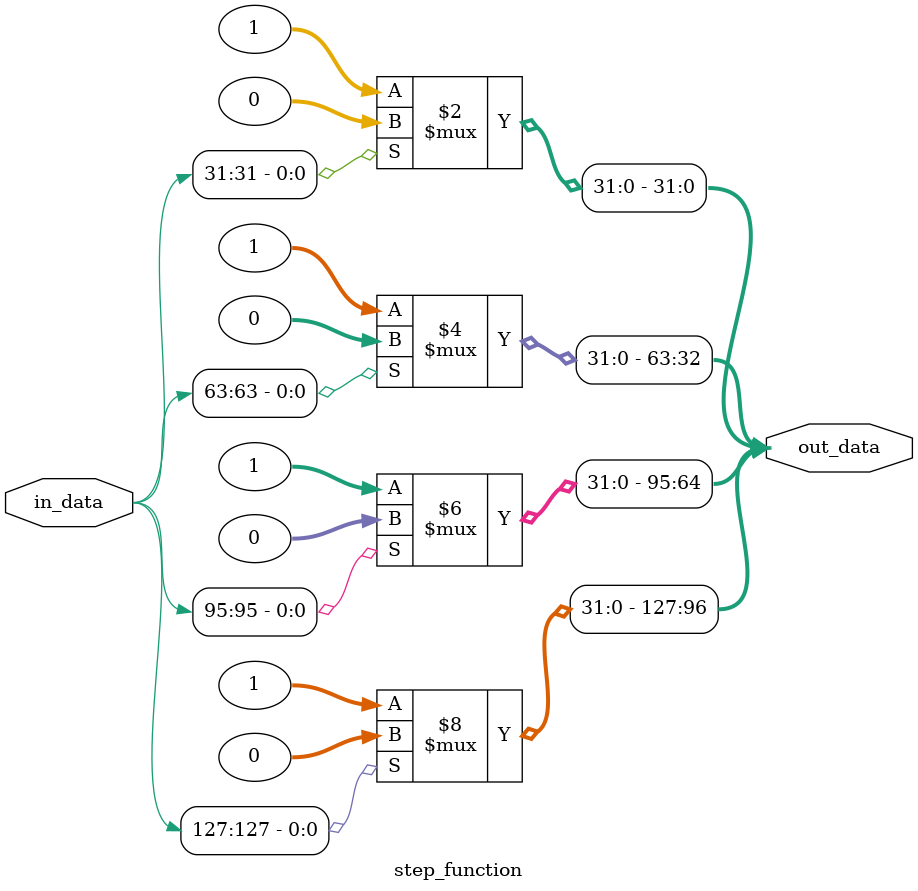
<source format=v>
module step_function(
    input  [127:0] in_data,
    output [127:0] out_data
);
    assign out_data[31:0]    = (in_data[31]  == 1'b1) ? 32'd0 : 32'd1;
    assign out_data[63:32]   = (in_data[63]  == 1'b1) ? 32'd0 : 32'd1;
    assign out_data[95:64]   = (in_data[95]  == 1'b1) ? 32'd0 : 32'd1;
    assign out_data[127:96]  = (in_data[127] == 1'b1) ? 32'd0 : 32'd1;
endmodule


</source>
